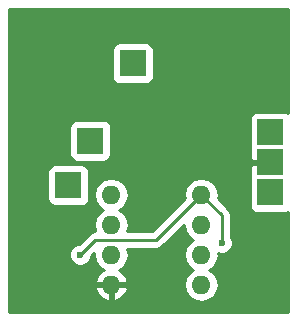
<source format=gbl>
%TF.GenerationSoftware,KiCad,Pcbnew,4.0.4+e1-6308~48~ubuntu16.04.1-stable*%
%TF.CreationDate,2016-10-27T02:54:46-07:00*%
%TF.ProjectId,envelope-gen_LM358_DIP,656E76656C6F70652D67656E5F4C4D33,rev?*%
%TF.FileFunction,Copper,L2,Bot,Signal*%
%FSLAX46Y46*%
G04 Gerber Fmt 4.6, Leading zero omitted, Abs format (unit mm)*
G04 Created by KiCad (PCBNEW 4.0.4+e1-6308~48~ubuntu16.04.1-stable) date Thu Oct 27 02:54:46 2016*
%MOMM*%
%LPD*%
G01*
G04 APERTURE LIST*
%ADD10C,0.100000*%
%ADD11R,2.235200X2.235200*%
%ADD12O,1.600000X1.600000*%
%ADD13C,0.600000*%
%ADD14C,0.250000*%
%ADD15C,0.254000*%
G04 APERTURE END LIST*
D10*
D11*
X177241200Y-61620400D03*
D12*
X180880000Y-62420000D03*
X180880000Y-64960000D03*
X180880000Y-67500000D03*
X180880000Y-70040000D03*
X188500000Y-70040000D03*
X188500000Y-67500000D03*
X188500000Y-64960000D03*
X188500000Y-62420000D03*
D11*
X194360800Y-59690000D03*
X194360800Y-57150000D03*
X194360800Y-62230000D03*
X179100000Y-57850000D03*
X182700000Y-51300000D03*
D13*
X174000000Y-72250000D03*
X173500000Y-67250000D03*
X194000000Y-68750000D03*
X190500000Y-53250000D03*
X189250000Y-58250000D03*
X178250000Y-67500000D03*
X190250000Y-66500000D03*
D14*
X179500000Y-66250000D02*
X178250000Y-67500000D01*
X179750000Y-66250000D02*
X179500000Y-66250000D01*
X184670000Y-66250000D02*
X179750000Y-66250000D01*
X188500000Y-62420000D02*
X184670000Y-66250000D01*
X190250000Y-66500000D02*
X190250000Y-64170000D01*
X190250000Y-64170000D02*
X188500000Y-62420000D01*
D15*
G36*
X195815000Y-55493849D02*
X195730290Y-55435969D01*
X195478400Y-55384960D01*
X193243200Y-55384960D01*
X193007883Y-55429238D01*
X192791759Y-55568310D01*
X192646769Y-55780510D01*
X192595760Y-56032400D01*
X192595760Y-58267600D01*
X192622740Y-58410987D01*
X192608200Y-58446090D01*
X192608200Y-59404250D01*
X192766950Y-59563000D01*
X194233800Y-59563000D01*
X194233800Y-59543000D01*
X194487800Y-59543000D01*
X194487800Y-59563000D01*
X194507800Y-59563000D01*
X194507800Y-59817000D01*
X194487800Y-59817000D01*
X194487800Y-59837000D01*
X194233800Y-59837000D01*
X194233800Y-59817000D01*
X192766950Y-59817000D01*
X192608200Y-59975750D01*
X192608200Y-60933910D01*
X192624121Y-60972347D01*
X192595760Y-61112400D01*
X192595760Y-63347600D01*
X192640038Y-63582917D01*
X192779110Y-63799041D01*
X192991310Y-63944031D01*
X193243200Y-63995040D01*
X195478400Y-63995040D01*
X195713717Y-63950762D01*
X195815000Y-63885588D01*
X195815000Y-72315000D01*
X172185000Y-72315000D01*
X172185000Y-70389039D01*
X179488096Y-70389039D01*
X179648959Y-70777423D01*
X180024866Y-71192389D01*
X180530959Y-71431914D01*
X180753000Y-71310629D01*
X180753000Y-70167000D01*
X181007000Y-70167000D01*
X181007000Y-71310629D01*
X181229041Y-71431914D01*
X181735134Y-71192389D01*
X182111041Y-70777423D01*
X182271904Y-70389039D01*
X182149915Y-70167000D01*
X181007000Y-70167000D01*
X180753000Y-70167000D01*
X179610085Y-70167000D01*
X179488096Y-70389039D01*
X172185000Y-70389039D01*
X172185000Y-67685167D01*
X177314838Y-67685167D01*
X177456883Y-68028943D01*
X177719673Y-68292192D01*
X178063201Y-68434838D01*
X178435167Y-68435162D01*
X178778943Y-68293117D01*
X179042192Y-68030327D01*
X179184838Y-67686799D01*
X179184879Y-67639923D01*
X179439752Y-67385050D01*
X179416887Y-67500000D01*
X179526120Y-68049151D01*
X179837189Y-68514698D01*
X180241703Y-68784986D01*
X180024866Y-68887611D01*
X179648959Y-69302577D01*
X179488096Y-69690961D01*
X179610085Y-69913000D01*
X180753000Y-69913000D01*
X180753000Y-69893000D01*
X181007000Y-69893000D01*
X181007000Y-69913000D01*
X182149915Y-69913000D01*
X182271904Y-69690961D01*
X182111041Y-69302577D01*
X181735134Y-68887611D01*
X181518297Y-68784986D01*
X181922811Y-68514698D01*
X182233880Y-68049151D01*
X182343113Y-67500000D01*
X182245646Y-67010000D01*
X184670000Y-67010000D01*
X184960839Y-66952148D01*
X185207401Y-66787401D01*
X187037405Y-64957397D01*
X187036887Y-64960000D01*
X187146120Y-65509151D01*
X187457189Y-65974698D01*
X187839275Y-66230000D01*
X187457189Y-66485302D01*
X187146120Y-66950849D01*
X187036887Y-67500000D01*
X187146120Y-68049151D01*
X187457189Y-68514698D01*
X187839275Y-68770000D01*
X187457189Y-69025302D01*
X187146120Y-69490849D01*
X187036887Y-70040000D01*
X187146120Y-70589151D01*
X187457189Y-71054698D01*
X187922736Y-71365767D01*
X188471887Y-71475000D01*
X188528113Y-71475000D01*
X189077264Y-71365767D01*
X189542811Y-71054698D01*
X189853880Y-70589151D01*
X189963113Y-70040000D01*
X189853880Y-69490849D01*
X189542811Y-69025302D01*
X189160725Y-68770000D01*
X189542811Y-68514698D01*
X189853880Y-68049151D01*
X189963113Y-67500000D01*
X189939973Y-67383669D01*
X190063201Y-67434838D01*
X190435167Y-67435162D01*
X190778943Y-67293117D01*
X191042192Y-67030327D01*
X191184838Y-66686799D01*
X191185162Y-66314833D01*
X191043117Y-65971057D01*
X191010000Y-65937882D01*
X191010000Y-64170000D01*
X190952148Y-63879161D01*
X190787401Y-63632599D01*
X189898688Y-62743886D01*
X189963113Y-62420000D01*
X189853880Y-61870849D01*
X189542811Y-61405302D01*
X189077264Y-61094233D01*
X188528113Y-60985000D01*
X188471887Y-60985000D01*
X187922736Y-61094233D01*
X187457189Y-61405302D01*
X187146120Y-61870849D01*
X187036887Y-62420000D01*
X187101312Y-62743886D01*
X184355198Y-65490000D01*
X182237689Y-65490000D01*
X182343113Y-64960000D01*
X182233880Y-64410849D01*
X181922811Y-63945302D01*
X181540725Y-63690000D01*
X181922811Y-63434698D01*
X182233880Y-62969151D01*
X182343113Y-62420000D01*
X182233880Y-61870849D01*
X181922811Y-61405302D01*
X181457264Y-61094233D01*
X180908113Y-60985000D01*
X180851887Y-60985000D01*
X180302736Y-61094233D01*
X179837189Y-61405302D01*
X179526120Y-61870849D01*
X179416887Y-62420000D01*
X179526120Y-62969151D01*
X179837189Y-63434698D01*
X180219275Y-63690000D01*
X179837189Y-63945302D01*
X179526120Y-64410849D01*
X179416887Y-64960000D01*
X179522311Y-65490000D01*
X179500000Y-65490000D01*
X179209161Y-65547852D01*
X178962599Y-65712599D01*
X178110320Y-66564878D01*
X178064833Y-66564838D01*
X177721057Y-66706883D01*
X177457808Y-66969673D01*
X177315162Y-67313201D01*
X177314838Y-67685167D01*
X172185000Y-67685167D01*
X172185000Y-60502800D01*
X175476160Y-60502800D01*
X175476160Y-62738000D01*
X175520438Y-62973317D01*
X175659510Y-63189441D01*
X175871710Y-63334431D01*
X176123600Y-63385440D01*
X178358800Y-63385440D01*
X178594117Y-63341162D01*
X178810241Y-63202090D01*
X178955231Y-62989890D01*
X179006240Y-62738000D01*
X179006240Y-60502800D01*
X178961962Y-60267483D01*
X178822890Y-60051359D01*
X178610690Y-59906369D01*
X178358800Y-59855360D01*
X176123600Y-59855360D01*
X175888283Y-59899638D01*
X175672159Y-60038710D01*
X175527169Y-60250910D01*
X175476160Y-60502800D01*
X172185000Y-60502800D01*
X172185000Y-56732400D01*
X177334960Y-56732400D01*
X177334960Y-58967600D01*
X177379238Y-59202917D01*
X177518310Y-59419041D01*
X177730510Y-59564031D01*
X177982400Y-59615040D01*
X180217600Y-59615040D01*
X180452917Y-59570762D01*
X180669041Y-59431690D01*
X180814031Y-59219490D01*
X180865040Y-58967600D01*
X180865040Y-56732400D01*
X180820762Y-56497083D01*
X180681690Y-56280959D01*
X180469490Y-56135969D01*
X180217600Y-56084960D01*
X177982400Y-56084960D01*
X177747083Y-56129238D01*
X177530959Y-56268310D01*
X177385969Y-56480510D01*
X177334960Y-56732400D01*
X172185000Y-56732400D01*
X172185000Y-50182400D01*
X180934960Y-50182400D01*
X180934960Y-52417600D01*
X180979238Y-52652917D01*
X181118310Y-52869041D01*
X181330510Y-53014031D01*
X181582400Y-53065040D01*
X183817600Y-53065040D01*
X184052917Y-53020762D01*
X184269041Y-52881690D01*
X184414031Y-52669490D01*
X184465040Y-52417600D01*
X184465040Y-50182400D01*
X184420762Y-49947083D01*
X184281690Y-49730959D01*
X184069490Y-49585969D01*
X183817600Y-49534960D01*
X181582400Y-49534960D01*
X181347083Y-49579238D01*
X181130959Y-49718310D01*
X180985969Y-49930510D01*
X180934960Y-50182400D01*
X172185000Y-50182400D01*
X172185000Y-46685000D01*
X195815000Y-46685000D01*
X195815000Y-55493849D01*
X195815000Y-55493849D01*
G37*
X195815000Y-55493849D02*
X195730290Y-55435969D01*
X195478400Y-55384960D01*
X193243200Y-55384960D01*
X193007883Y-55429238D01*
X192791759Y-55568310D01*
X192646769Y-55780510D01*
X192595760Y-56032400D01*
X192595760Y-58267600D01*
X192622740Y-58410987D01*
X192608200Y-58446090D01*
X192608200Y-59404250D01*
X192766950Y-59563000D01*
X194233800Y-59563000D01*
X194233800Y-59543000D01*
X194487800Y-59543000D01*
X194487800Y-59563000D01*
X194507800Y-59563000D01*
X194507800Y-59817000D01*
X194487800Y-59817000D01*
X194487800Y-59837000D01*
X194233800Y-59837000D01*
X194233800Y-59817000D01*
X192766950Y-59817000D01*
X192608200Y-59975750D01*
X192608200Y-60933910D01*
X192624121Y-60972347D01*
X192595760Y-61112400D01*
X192595760Y-63347600D01*
X192640038Y-63582917D01*
X192779110Y-63799041D01*
X192991310Y-63944031D01*
X193243200Y-63995040D01*
X195478400Y-63995040D01*
X195713717Y-63950762D01*
X195815000Y-63885588D01*
X195815000Y-72315000D01*
X172185000Y-72315000D01*
X172185000Y-70389039D01*
X179488096Y-70389039D01*
X179648959Y-70777423D01*
X180024866Y-71192389D01*
X180530959Y-71431914D01*
X180753000Y-71310629D01*
X180753000Y-70167000D01*
X181007000Y-70167000D01*
X181007000Y-71310629D01*
X181229041Y-71431914D01*
X181735134Y-71192389D01*
X182111041Y-70777423D01*
X182271904Y-70389039D01*
X182149915Y-70167000D01*
X181007000Y-70167000D01*
X180753000Y-70167000D01*
X179610085Y-70167000D01*
X179488096Y-70389039D01*
X172185000Y-70389039D01*
X172185000Y-67685167D01*
X177314838Y-67685167D01*
X177456883Y-68028943D01*
X177719673Y-68292192D01*
X178063201Y-68434838D01*
X178435167Y-68435162D01*
X178778943Y-68293117D01*
X179042192Y-68030327D01*
X179184838Y-67686799D01*
X179184879Y-67639923D01*
X179439752Y-67385050D01*
X179416887Y-67500000D01*
X179526120Y-68049151D01*
X179837189Y-68514698D01*
X180241703Y-68784986D01*
X180024866Y-68887611D01*
X179648959Y-69302577D01*
X179488096Y-69690961D01*
X179610085Y-69913000D01*
X180753000Y-69913000D01*
X180753000Y-69893000D01*
X181007000Y-69893000D01*
X181007000Y-69913000D01*
X182149915Y-69913000D01*
X182271904Y-69690961D01*
X182111041Y-69302577D01*
X181735134Y-68887611D01*
X181518297Y-68784986D01*
X181922811Y-68514698D01*
X182233880Y-68049151D01*
X182343113Y-67500000D01*
X182245646Y-67010000D01*
X184670000Y-67010000D01*
X184960839Y-66952148D01*
X185207401Y-66787401D01*
X187037405Y-64957397D01*
X187036887Y-64960000D01*
X187146120Y-65509151D01*
X187457189Y-65974698D01*
X187839275Y-66230000D01*
X187457189Y-66485302D01*
X187146120Y-66950849D01*
X187036887Y-67500000D01*
X187146120Y-68049151D01*
X187457189Y-68514698D01*
X187839275Y-68770000D01*
X187457189Y-69025302D01*
X187146120Y-69490849D01*
X187036887Y-70040000D01*
X187146120Y-70589151D01*
X187457189Y-71054698D01*
X187922736Y-71365767D01*
X188471887Y-71475000D01*
X188528113Y-71475000D01*
X189077264Y-71365767D01*
X189542811Y-71054698D01*
X189853880Y-70589151D01*
X189963113Y-70040000D01*
X189853880Y-69490849D01*
X189542811Y-69025302D01*
X189160725Y-68770000D01*
X189542811Y-68514698D01*
X189853880Y-68049151D01*
X189963113Y-67500000D01*
X189939973Y-67383669D01*
X190063201Y-67434838D01*
X190435167Y-67435162D01*
X190778943Y-67293117D01*
X191042192Y-67030327D01*
X191184838Y-66686799D01*
X191185162Y-66314833D01*
X191043117Y-65971057D01*
X191010000Y-65937882D01*
X191010000Y-64170000D01*
X190952148Y-63879161D01*
X190787401Y-63632599D01*
X189898688Y-62743886D01*
X189963113Y-62420000D01*
X189853880Y-61870849D01*
X189542811Y-61405302D01*
X189077264Y-61094233D01*
X188528113Y-60985000D01*
X188471887Y-60985000D01*
X187922736Y-61094233D01*
X187457189Y-61405302D01*
X187146120Y-61870849D01*
X187036887Y-62420000D01*
X187101312Y-62743886D01*
X184355198Y-65490000D01*
X182237689Y-65490000D01*
X182343113Y-64960000D01*
X182233880Y-64410849D01*
X181922811Y-63945302D01*
X181540725Y-63690000D01*
X181922811Y-63434698D01*
X182233880Y-62969151D01*
X182343113Y-62420000D01*
X182233880Y-61870849D01*
X181922811Y-61405302D01*
X181457264Y-61094233D01*
X180908113Y-60985000D01*
X180851887Y-60985000D01*
X180302736Y-61094233D01*
X179837189Y-61405302D01*
X179526120Y-61870849D01*
X179416887Y-62420000D01*
X179526120Y-62969151D01*
X179837189Y-63434698D01*
X180219275Y-63690000D01*
X179837189Y-63945302D01*
X179526120Y-64410849D01*
X179416887Y-64960000D01*
X179522311Y-65490000D01*
X179500000Y-65490000D01*
X179209161Y-65547852D01*
X178962599Y-65712599D01*
X178110320Y-66564878D01*
X178064833Y-66564838D01*
X177721057Y-66706883D01*
X177457808Y-66969673D01*
X177315162Y-67313201D01*
X177314838Y-67685167D01*
X172185000Y-67685167D01*
X172185000Y-60502800D01*
X175476160Y-60502800D01*
X175476160Y-62738000D01*
X175520438Y-62973317D01*
X175659510Y-63189441D01*
X175871710Y-63334431D01*
X176123600Y-63385440D01*
X178358800Y-63385440D01*
X178594117Y-63341162D01*
X178810241Y-63202090D01*
X178955231Y-62989890D01*
X179006240Y-62738000D01*
X179006240Y-60502800D01*
X178961962Y-60267483D01*
X178822890Y-60051359D01*
X178610690Y-59906369D01*
X178358800Y-59855360D01*
X176123600Y-59855360D01*
X175888283Y-59899638D01*
X175672159Y-60038710D01*
X175527169Y-60250910D01*
X175476160Y-60502800D01*
X172185000Y-60502800D01*
X172185000Y-56732400D01*
X177334960Y-56732400D01*
X177334960Y-58967600D01*
X177379238Y-59202917D01*
X177518310Y-59419041D01*
X177730510Y-59564031D01*
X177982400Y-59615040D01*
X180217600Y-59615040D01*
X180452917Y-59570762D01*
X180669041Y-59431690D01*
X180814031Y-59219490D01*
X180865040Y-58967600D01*
X180865040Y-56732400D01*
X180820762Y-56497083D01*
X180681690Y-56280959D01*
X180469490Y-56135969D01*
X180217600Y-56084960D01*
X177982400Y-56084960D01*
X177747083Y-56129238D01*
X177530959Y-56268310D01*
X177385969Y-56480510D01*
X177334960Y-56732400D01*
X172185000Y-56732400D01*
X172185000Y-50182400D01*
X180934960Y-50182400D01*
X180934960Y-52417600D01*
X180979238Y-52652917D01*
X181118310Y-52869041D01*
X181330510Y-53014031D01*
X181582400Y-53065040D01*
X183817600Y-53065040D01*
X184052917Y-53020762D01*
X184269041Y-52881690D01*
X184414031Y-52669490D01*
X184465040Y-52417600D01*
X184465040Y-50182400D01*
X184420762Y-49947083D01*
X184281690Y-49730959D01*
X184069490Y-49585969D01*
X183817600Y-49534960D01*
X181582400Y-49534960D01*
X181347083Y-49579238D01*
X181130959Y-49718310D01*
X180985969Y-49930510D01*
X180934960Y-50182400D01*
X172185000Y-50182400D01*
X172185000Y-46685000D01*
X195815000Y-46685000D01*
X195815000Y-55493849D01*
M02*

</source>
